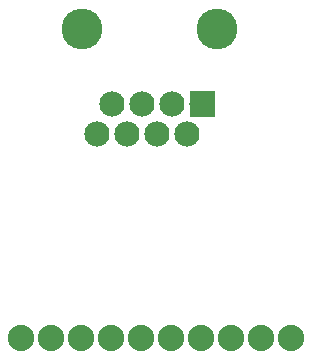
<source format=gbs>
G04 MADE WITH FRITZING*
G04 WWW.FRITZING.ORG*
G04 DOUBLE SIDED*
G04 HOLES PLATED*
G04 CONTOUR ON CENTER OF CONTOUR VECTOR*
%ASAXBY*%
%FSLAX23Y23*%
%MOIN*%
%OFA0B0*%
%SFA1.0B1.0*%
%ADD10C,0.084000*%
%ADD11C,0.135984*%
%ADD12C,0.088000*%
%ADD13R,0.001000X0.001000*%
%LNMASK0*%
G90*
G70*
G54D10*
X336Y776D03*
X386Y876D03*
X436Y776D03*
X536Y776D03*
X636Y776D03*
X486Y876D03*
X586Y876D03*
X686Y876D03*
G54D11*
X736Y1126D03*
X286Y1126D03*
G54D12*
X780Y96D03*
X680Y96D03*
X580Y96D03*
X480Y95D03*
X380Y96D03*
X280Y96D03*
X180Y96D03*
X80Y96D03*
X980Y96D03*
X880Y96D03*
G54D13*
X645Y917D02*
X728Y917D01*
X645Y916D02*
X728Y916D01*
X645Y915D02*
X728Y915D01*
X645Y914D02*
X728Y914D01*
X645Y913D02*
X728Y913D01*
X645Y912D02*
X728Y912D01*
X645Y911D02*
X728Y911D01*
X645Y910D02*
X728Y910D01*
X645Y909D02*
X728Y909D01*
X645Y908D02*
X728Y908D01*
X645Y907D02*
X728Y907D01*
X645Y906D02*
X728Y906D01*
X645Y905D02*
X728Y905D01*
X645Y904D02*
X728Y904D01*
X645Y903D02*
X728Y903D01*
X645Y902D02*
X728Y902D01*
X645Y901D02*
X728Y901D01*
X645Y900D02*
X728Y900D01*
X645Y899D02*
X728Y899D01*
X645Y898D02*
X728Y898D01*
X645Y897D02*
X728Y897D01*
X645Y896D02*
X728Y896D01*
X645Y895D02*
X728Y895D01*
X645Y894D02*
X728Y894D01*
X645Y893D02*
X728Y893D01*
X645Y892D02*
X728Y892D01*
X645Y891D02*
X728Y891D01*
X645Y890D02*
X682Y890D01*
X691Y890D02*
X728Y890D01*
X645Y889D02*
X679Y889D01*
X693Y889D02*
X728Y889D01*
X645Y888D02*
X677Y888D01*
X695Y888D02*
X728Y888D01*
X645Y887D02*
X676Y887D01*
X696Y887D02*
X728Y887D01*
X645Y886D02*
X675Y886D01*
X697Y886D02*
X728Y886D01*
X645Y885D02*
X674Y885D01*
X698Y885D02*
X728Y885D01*
X645Y884D02*
X673Y884D01*
X699Y884D02*
X728Y884D01*
X645Y883D02*
X673Y883D01*
X699Y883D02*
X728Y883D01*
X645Y882D02*
X672Y882D01*
X700Y882D02*
X728Y882D01*
X645Y881D02*
X672Y881D01*
X700Y881D02*
X728Y881D01*
X645Y880D02*
X672Y880D01*
X701Y880D02*
X728Y880D01*
X645Y879D02*
X671Y879D01*
X701Y879D02*
X728Y879D01*
X645Y878D02*
X671Y878D01*
X701Y878D02*
X728Y878D01*
X645Y877D02*
X671Y877D01*
X701Y877D02*
X728Y877D01*
X645Y876D02*
X671Y876D01*
X701Y876D02*
X728Y876D01*
X645Y875D02*
X671Y875D01*
X701Y875D02*
X728Y875D01*
X645Y874D02*
X671Y874D01*
X701Y874D02*
X728Y874D01*
X645Y873D02*
X671Y873D01*
X701Y873D02*
X728Y873D01*
X645Y872D02*
X672Y872D01*
X701Y872D02*
X728Y872D01*
X645Y871D02*
X672Y871D01*
X701Y871D02*
X728Y871D01*
X645Y870D02*
X672Y870D01*
X700Y870D02*
X728Y870D01*
X645Y869D02*
X673Y869D01*
X700Y869D02*
X728Y869D01*
X645Y868D02*
X673Y868D01*
X699Y868D02*
X728Y868D01*
X645Y867D02*
X674Y867D01*
X698Y867D02*
X728Y867D01*
X645Y866D02*
X675Y866D01*
X697Y866D02*
X728Y866D01*
X645Y865D02*
X676Y865D01*
X696Y865D02*
X728Y865D01*
X645Y864D02*
X677Y864D01*
X695Y864D02*
X728Y864D01*
X645Y863D02*
X679Y863D01*
X694Y863D02*
X728Y863D01*
X645Y862D02*
X681Y862D01*
X692Y862D02*
X728Y862D01*
X645Y861D02*
X728Y861D01*
X645Y860D02*
X728Y860D01*
X645Y859D02*
X728Y859D01*
X645Y858D02*
X728Y858D01*
X645Y857D02*
X728Y857D01*
X645Y856D02*
X728Y856D01*
X645Y855D02*
X728Y855D01*
X645Y854D02*
X728Y854D01*
X645Y853D02*
X728Y853D01*
X645Y852D02*
X728Y852D01*
X645Y851D02*
X728Y851D01*
X645Y850D02*
X728Y850D01*
X645Y849D02*
X728Y849D01*
X645Y848D02*
X728Y848D01*
X645Y847D02*
X728Y847D01*
X645Y846D02*
X728Y846D01*
X645Y845D02*
X728Y845D01*
X645Y844D02*
X728Y844D01*
X645Y843D02*
X728Y843D01*
X645Y842D02*
X728Y842D01*
X645Y841D02*
X728Y841D01*
X645Y840D02*
X728Y840D01*
X645Y839D02*
X728Y839D01*
X645Y838D02*
X728Y838D01*
X645Y837D02*
X728Y837D01*
X645Y836D02*
X728Y836D01*
X645Y835D02*
X728Y835D01*
X645Y834D02*
X727Y834D01*
D02*
G04 End of Mask0*
M02*
</source>
